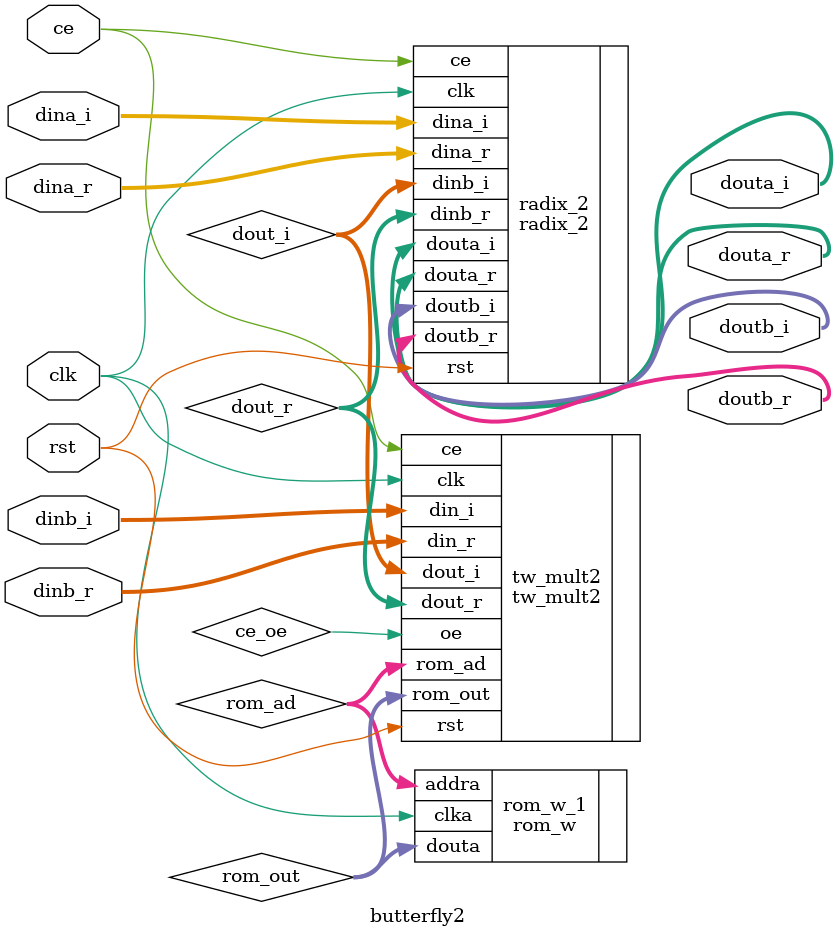
<source format=v>
`timescale 1ns / 1ps 


module butterfly2(
clk,
rst,
ce,
dina_r,
dina_i,
dinb_r,
dinb_i,
douta_r,
douta_i,
doutb_r,
doutb_i
    );
//parameter DINA_REG_SIZE=4'd6;

input clk,rst;
input ce;
input signed[15:0] dina_r,dina_i;
input signed[15:0] dinb_r,dinb_i;

output signed[15:0] douta_r,douta_i;
output signed[15:0] doutb_r,doutb_i;

wire [8:0]rom_ad;
wire[31:0]rom_out;

wire ce_oe;
wire signed[15:0] dout_r,dout_i;

rom_w rom_w_1 (
  .clka(clk),    // input wire clka
  .addra(rom_ad),  // input wire [8 : 0] addra
  .douta(rom_out)  // output wire [31 : 0] douta
);
tw_mult2 tw_mult2( 
    .clk(clk),
    .rst(rst),
    .ce(ce),
    .din_r(dinb_r),
    .din_i(dinb_i),
    .oe(ce_oe),
    .dout_r(dout_r),
    .dout_i(dout_i),
    .rom_ad(rom_ad),
    .rom_out(rom_out)
);

radix_2 radix_2(
    .clk(clk),
    .rst(rst),
    .ce(ce),
    .dina_r(dina_r),
    .dina_i(dina_i),
    .dinb_r(dout_r),
    .dinb_i(dout_i),
    .douta_r(douta_r),
    .douta_i(douta_i),
    .doutb_r(doutb_r),
    .doutb_i(doutb_i)
);
endmodule

</source>
